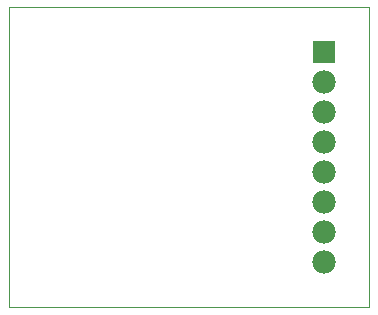
<source format=gbs>
G75*
G70*
%OFA0B0*%
%FSLAX24Y24*%
%IPPOS*%
%LPD*%
%AMOC8*
5,1,8,0,0,1.08239X$1,22.5*
%
%ADD10C,0.0000*%
%ADD11R,0.0780X0.0780*%
%ADD12C,0.0780*%
D10*
X000100Y000100D02*
X000100Y010100D01*
X012100Y010100D01*
X012100Y000100D01*
X000100Y000100D01*
D11*
X010600Y008600D03*
D12*
X010600Y007600D03*
X010600Y006600D03*
X010600Y005600D03*
X010600Y004600D03*
X010600Y003600D03*
X010600Y002600D03*
X010600Y001600D03*
M02*

</source>
